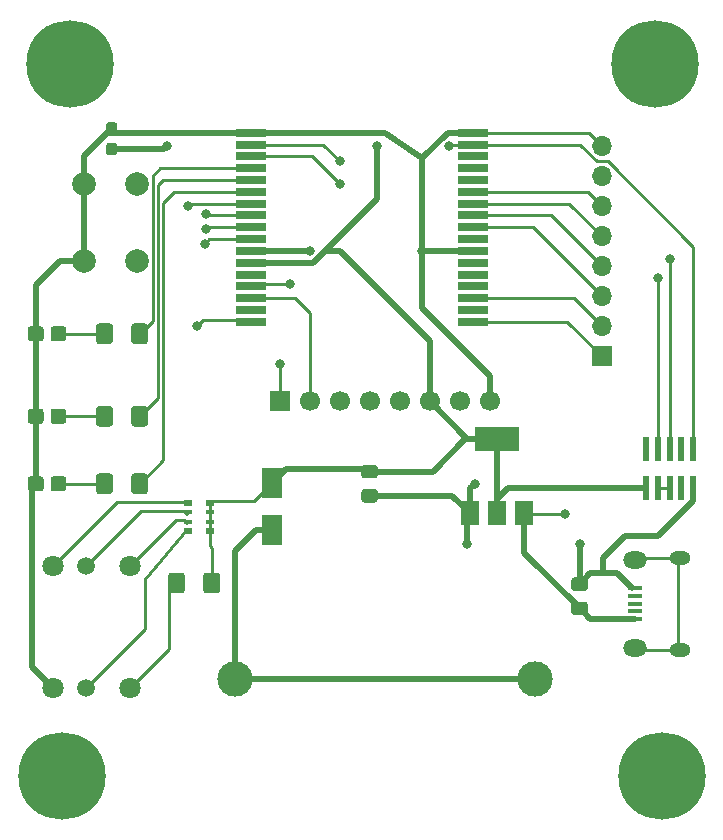
<source format=gbr>
%TF.GenerationSoftware,KiCad,Pcbnew,(5.99.0-3294-g9c46e491e)*%
%TF.CreationDate,2020-11-17T05:13:20-05:00*%
%TF.ProjectId,mobile-tag,6d6f6269-6c65-42d7-9461-672e6b696361,rev?*%
%TF.SameCoordinates,Original*%
%TF.FileFunction,Copper,L1,Top*%
%TF.FilePolarity,Positive*%
%FSLAX46Y46*%
G04 Gerber Fmt 4.6, Leading zero omitted, Abs format (unit mm)*
G04 Created by KiCad (PCBNEW (5.99.0-3294-g9c46e491e)) date 2020-11-17 05:13:20*
%MOMM*%
%LPD*%
G01*
G04 APERTURE LIST*
%TA.AperFunction,ComponentPad*%
%ADD10R,1.700000X1.700000*%
%TD*%
%TA.AperFunction,ComponentPad*%
%ADD11C,1.700000*%
%TD*%
%TA.AperFunction,ComponentPad*%
%ADD12C,1.800000*%
%TD*%
%TA.AperFunction,ComponentPad*%
%ADD13C,1.500000*%
%TD*%
%TA.AperFunction,ComponentPad*%
%ADD14C,7.400000*%
%TD*%
%TA.AperFunction,SMDPad,CuDef*%
%ADD15R,1.300000X0.450000*%
%TD*%
%TA.AperFunction,ComponentPad*%
%ADD16O,1.800000X1.150000*%
%TD*%
%TA.AperFunction,ComponentPad*%
%ADD17O,2.000000X1.450000*%
%TD*%
%TA.AperFunction,SMDPad,CuDef*%
%ADD18R,0.800000X0.500000*%
%TD*%
%TA.AperFunction,SMDPad,CuDef*%
%ADD19R,0.800000X0.400000*%
%TD*%
%TA.AperFunction,SMDPad,CuDef*%
%ADD20R,1.800000X2.500000*%
%TD*%
%TA.AperFunction,ComponentPad*%
%ADD21O,1.700000X1.700000*%
%TD*%
%TA.AperFunction,SMDPad,CuDef*%
%ADD22R,2.540000X0.650000*%
%TD*%
%TA.AperFunction,SMDPad,CuDef*%
%ADD23R,0.500000X2.000000*%
%TD*%
%TA.AperFunction,SMDPad,CuDef*%
%ADD24R,1.500000X2.000000*%
%TD*%
%TA.AperFunction,SMDPad,CuDef*%
%ADD25R,3.800000X2.000000*%
%TD*%
%TA.AperFunction,ComponentPad*%
%ADD26C,2.000000*%
%TD*%
%TA.AperFunction,ComponentPad*%
%ADD27C,3.000000*%
%TD*%
%TA.AperFunction,ViaPad*%
%ADD28C,0.800000*%
%TD*%
%TA.AperFunction,Conductor*%
%ADD29C,0.508000*%
%TD*%
%TA.AperFunction,Conductor*%
%ADD30C,0.250000*%
%TD*%
G04 APERTURE END LIST*
D10*
%TO.P,Display1,1,SDA*%
%TO.N,SDA{slash}I2C*%
X125095000Y-69850000D03*
D11*
%TO.P,Display1,2,SCK*%
%TO.N,SCL{slash}I2c*%
X127635000Y-69850000D03*
%TO.P,Display1,3,SAD*%
%TO.N,Net-(Display1-Pad3)*%
X130175000Y-69850000D03*
%TO.P,Display1,4,RST*%
%TO.N,Net-(Display1-Pad4)*%
X132715000Y-69850000D03*
%TO.P,Display1,5,CS*%
%TO.N,Net-(Display1-Pad5)*%
X135255000Y-69850000D03*
%TO.P,Display1,6,3.3V*%
%TO.N,+3V3*%
X137795000Y-69850000D03*
%TO.P,Display1,7,VIN*%
%TO.N,Net-(Display1-Pad7)*%
X140335000Y-69850000D03*
%TO.P,Display1,8,GND*%
%TO.N,GND*%
X142875000Y-69850000D03*
%TD*%
%TO.P,D2,1,K*%
%TO.N,GND*%
%TA.AperFunction,SMDPad,CuDef*%
G36*
G01*
X103785000Y-77235000D02*
X103785000Y-76435000D01*
G75*
G02*
X104035000Y-76185000I250000J0D01*
G01*
X104860000Y-76185000D01*
G75*
G02*
X105110000Y-76435000I0J-250000D01*
G01*
X105110000Y-77235000D01*
G75*
G02*
X104860000Y-77485000I-250000J0D01*
G01*
X104035000Y-77485000D01*
G75*
G02*
X103785000Y-77235000I0J250000D01*
G01*
G37*
%TD.AperFunction*%
%TO.P,D2,2,A*%
%TO.N,Net-(D2-Pad2)*%
%TA.AperFunction,SMDPad,CuDef*%
G36*
G01*
X105710000Y-77235000D02*
X105710000Y-76435000D01*
G75*
G02*
X105960000Y-76185000I250000J0D01*
G01*
X106785000Y-76185000D01*
G75*
G02*
X107035000Y-76435000I0J-250000D01*
G01*
X107035000Y-77235000D01*
G75*
G02*
X106785000Y-77485000I-250000J0D01*
G01*
X105960000Y-77485000D01*
G75*
G02*
X105710000Y-77235000I0J250000D01*
G01*
G37*
%TD.AperFunction*%
%TD*%
D12*
%TO.P,Nav_Switch1,1,A*%
%TO.N,SW_UP*%
X112395000Y-83820000D03*
D13*
%TO.P,Nav_Switch1,2,B*%
%TO.N,SW_LEFT*%
X108695000Y-83820000D03*
D12*
%TO.P,Nav_Switch1,3,C*%
%TO.N,SW_DOWN*%
X105895000Y-83820000D03*
%TO.P,Nav_Switch1,4,Common*%
%TO.N,GND*%
X105895000Y-94120000D03*
D13*
%TO.P,Nav_Switch1,5,D*%
%TO.N,SW_RIGHT*%
X108695000Y-94120000D03*
D12*
%TO.P,Nav_Switch1,6,Center*%
%TO.N,SW_SELECT*%
X112395000Y-94120000D03*
%TD*%
%TO.P,D3,1,K*%
%TO.N,GND*%
%TA.AperFunction,SMDPad,CuDef*%
G36*
G01*
X103785000Y-71520000D02*
X103785000Y-70720000D01*
G75*
G02*
X104035000Y-70470000I250000J0D01*
G01*
X104860000Y-70470000D01*
G75*
G02*
X105110000Y-70720000I0J-250000D01*
G01*
X105110000Y-71520000D01*
G75*
G02*
X104860000Y-71770000I-250000J0D01*
G01*
X104035000Y-71770000D01*
G75*
G02*
X103785000Y-71520000I0J250000D01*
G01*
G37*
%TD.AperFunction*%
%TO.P,D3,2,A*%
%TO.N,Net-(D3-Pad2)*%
%TA.AperFunction,SMDPad,CuDef*%
G36*
G01*
X105710000Y-71520000D02*
X105710000Y-70720000D01*
G75*
G02*
X105960000Y-70470000I250000J0D01*
G01*
X106785000Y-70470000D01*
G75*
G02*
X107035000Y-70720000I0J-250000D01*
G01*
X107035000Y-71520000D01*
G75*
G02*
X106785000Y-71770000I-250000J0D01*
G01*
X105960000Y-71770000D01*
G75*
G02*
X105710000Y-71520000I0J250000D01*
G01*
G37*
%TD.AperFunction*%
%TD*%
D14*
%TO.P,REF\u002A\u002A,2*%
%TO.N,N/C*%
X157480000Y-101600000D03*
%TD*%
%TO.P,,3*%
%TO.N,N/C*%
X156845000Y-41275000D03*
%TD*%
%TO.P,R2,1*%
%TO.N,Net-(D3-Pad2)*%
%TA.AperFunction,SMDPad,CuDef*%
G36*
G01*
X109560000Y-71744999D02*
X109560000Y-70495001D01*
G75*
G02*
X109810001Y-70245000I250001J0D01*
G01*
X110734999Y-70245000D01*
G75*
G02*
X110985000Y-70495001I0J-250001D01*
G01*
X110985000Y-71744999D01*
G75*
G02*
X110734999Y-71995000I-250001J0D01*
G01*
X109810001Y-71995000D01*
G75*
G02*
X109560000Y-71744999I0J250001D01*
G01*
G37*
%TD.AperFunction*%
%TO.P,R2,2*%
%TO.N,LED2*%
%TA.AperFunction,SMDPad,CuDef*%
G36*
G01*
X112535000Y-71744999D02*
X112535000Y-70495001D01*
G75*
G02*
X112785001Y-70245000I250001J0D01*
G01*
X113709999Y-70245000D01*
G75*
G02*
X113960000Y-70495001I0J-250001D01*
G01*
X113960000Y-71744999D01*
G75*
G02*
X113709999Y-71995000I-250001J0D01*
G01*
X112785001Y-71995000D01*
G75*
G02*
X112535000Y-71744999I0J250001D01*
G01*
G37*
%TD.AperFunction*%
%TD*%
%TO.P,R4,1*%
%TO.N,+3V3*%
%TA.AperFunction,SMDPad,CuDef*%
G36*
G01*
X120056000Y-84615001D02*
X120056000Y-85864999D01*
G75*
G02*
X119805999Y-86115000I-250001J0D01*
G01*
X118881001Y-86115000D01*
G75*
G02*
X118631000Y-85864999I0J250001D01*
G01*
X118631000Y-84615001D01*
G75*
G02*
X118881001Y-84365000I250001J0D01*
G01*
X119805999Y-84365000D01*
G75*
G02*
X120056000Y-84615001I0J-250001D01*
G01*
G37*
%TD.AperFunction*%
%TO.P,R4,2*%
%TO.N,SW_SELECT*%
%TA.AperFunction,SMDPad,CuDef*%
G36*
G01*
X117081000Y-84615001D02*
X117081000Y-85864999D01*
G75*
G02*
X116830999Y-86115000I-250001J0D01*
G01*
X115906001Y-86115000D01*
G75*
G02*
X115656000Y-85864999I0J250001D01*
G01*
X115656000Y-84615001D01*
G75*
G02*
X115906001Y-84365000I250001J0D01*
G01*
X116830999Y-84365000D01*
G75*
G02*
X117081000Y-84615001I0J-250001D01*
G01*
G37*
%TD.AperFunction*%
%TD*%
%TO.P,,4*%
%TO.N,N/C*%
X107315000Y-41275000D03*
%TD*%
D15*
%TO.P,J2,1,VBUS*%
%TO.N,+5V*%
X155153780Y-88293021D03*
%TO.P,J2,2,D-*%
%TO.N,Net-(J2-Pad2)*%
X155153780Y-87643021D03*
%TO.P,J2,3,D+*%
%TO.N,Net-(J2-Pad3)*%
X155153780Y-86993021D03*
%TO.P,J2,4,ID*%
%TO.N,Net-(J2-Pad4)*%
X155153780Y-86343021D03*
%TO.P,J2,5,GND*%
%TO.N,GND*%
X155153780Y-85693021D03*
D16*
%TO.P,J2,6,Shield*%
%TO.N,Net-(J2-Pad6)*%
X159003780Y-83118021D03*
D17*
X155203780Y-90718021D03*
D16*
X159003780Y-90868021D03*
D17*
X155203780Y-83268021D03*
%TD*%
D18*
%TO.P,RN1,1,R1.1*%
%TO.N,SW_DOWN*%
X117374000Y-78452000D03*
D19*
%TO.P,RN1,2,R2.1*%
%TO.N,SW_LEFT*%
X117374000Y-79252000D03*
%TO.P,RN1,3,R3.1*%
%TO.N,SW_UP*%
X117374000Y-80052000D03*
D18*
%TO.P,RN1,4,R4.1*%
%TO.N,SW_RIGHT*%
X117374000Y-80852000D03*
%TO.P,RN1,5,R4.2*%
%TO.N,+3V3*%
X119174000Y-80852000D03*
D19*
%TO.P,RN1,6,R3.2*%
X119174000Y-80052000D03*
%TO.P,RN1,7,R2.2*%
X119174000Y-79252000D03*
D18*
%TO.P,RN1,8,R1.2*%
X119174000Y-78452000D03*
%TD*%
D20*
%TO.P,D1,1,K*%
%TO.N,+3V3*%
X124460000Y-76740000D03*
%TO.P,D1,2,A*%
%TO.N,Net-(D1-Pad2)*%
X124460000Y-80740000D03*
%TD*%
%TO.P,R3,1*%
%TO.N,Net-(D4-Pad2)*%
%TA.AperFunction,SMDPad,CuDef*%
G36*
G01*
X109560000Y-64759999D02*
X109560000Y-63510001D01*
G75*
G02*
X109810001Y-63260000I250001J0D01*
G01*
X110734999Y-63260000D01*
G75*
G02*
X110985000Y-63510001I0J-250001D01*
G01*
X110985000Y-64759999D01*
G75*
G02*
X110734999Y-65010000I-250001J0D01*
G01*
X109810001Y-65010000D01*
G75*
G02*
X109560000Y-64759999I0J250001D01*
G01*
G37*
%TD.AperFunction*%
%TO.P,R3,2*%
%TO.N,LED3*%
%TA.AperFunction,SMDPad,CuDef*%
G36*
G01*
X112535000Y-64759999D02*
X112535000Y-63510001D01*
G75*
G02*
X112785001Y-63260000I250001J0D01*
G01*
X113709999Y-63260000D01*
G75*
G02*
X113960000Y-63510001I0J-250001D01*
G01*
X113960000Y-64759999D01*
G75*
G02*
X113709999Y-65010000I-250001J0D01*
G01*
X112785001Y-65010000D01*
G75*
G02*
X112535000Y-64759999I0J250001D01*
G01*
G37*
%TD.AperFunction*%
%TD*%
%TO.P,C2,1*%
%TO.N,+3V3*%
%TA.AperFunction,SMDPad,CuDef*%
G36*
G01*
X132265000Y-75235000D02*
X133165000Y-75235000D01*
G75*
G02*
X133415000Y-75485000I0J-250000D01*
G01*
X133415000Y-76135000D01*
G75*
G02*
X133165000Y-76385000I-250000J0D01*
G01*
X132265000Y-76385000D01*
G75*
G02*
X132015000Y-76135000I0J250000D01*
G01*
X132015000Y-75485000D01*
G75*
G02*
X132265000Y-75235000I250000J0D01*
G01*
G37*
%TD.AperFunction*%
%TO.P,C2,2*%
%TO.N,GND*%
%TA.AperFunction,SMDPad,CuDef*%
G36*
G01*
X132265000Y-77285000D02*
X133165000Y-77285000D01*
G75*
G02*
X133415000Y-77535000I0J-250000D01*
G01*
X133415000Y-78185000D01*
G75*
G02*
X133165000Y-78435000I-250000J0D01*
G01*
X132265000Y-78435000D01*
G75*
G02*
X132015000Y-78185000I0J250000D01*
G01*
X132015000Y-77535000D01*
G75*
G02*
X132265000Y-77285000I250000J0D01*
G01*
G37*
%TD.AperFunction*%
%TD*%
%TO.P,R1,1*%
%TO.N,Net-(D2-Pad2)*%
%TA.AperFunction,SMDPad,CuDef*%
G36*
G01*
X109560000Y-77459999D02*
X109560000Y-76210001D01*
G75*
G02*
X109810001Y-75960000I250001J0D01*
G01*
X110734999Y-75960000D01*
G75*
G02*
X110985000Y-76210001I0J-250001D01*
G01*
X110985000Y-77459999D01*
G75*
G02*
X110734999Y-77710000I-250001J0D01*
G01*
X109810001Y-77710000D01*
G75*
G02*
X109560000Y-77459999I0J250001D01*
G01*
G37*
%TD.AperFunction*%
%TO.P,R1,2*%
%TO.N,LED1*%
%TA.AperFunction,SMDPad,CuDef*%
G36*
G01*
X112535000Y-77459999D02*
X112535000Y-76210001D01*
G75*
G02*
X112785001Y-75960000I250001J0D01*
G01*
X113709999Y-75960000D01*
G75*
G02*
X113960000Y-76210001I0J-250001D01*
G01*
X113960000Y-77459999D01*
G75*
G02*
X113709999Y-77710000I-250001J0D01*
G01*
X112785001Y-77710000D01*
G75*
G02*
X112535000Y-77459999I0J250001D01*
G01*
G37*
%TD.AperFunction*%
%TD*%
%TO.P,D4,1,K*%
%TO.N,GND*%
%TA.AperFunction,SMDPad,CuDef*%
G36*
G01*
X103785000Y-64535000D02*
X103785000Y-63735000D01*
G75*
G02*
X104035000Y-63485000I250000J0D01*
G01*
X104860000Y-63485000D01*
G75*
G02*
X105110000Y-63735000I0J-250000D01*
G01*
X105110000Y-64535000D01*
G75*
G02*
X104860000Y-64785000I-250000J0D01*
G01*
X104035000Y-64785000D01*
G75*
G02*
X103785000Y-64535000I0J250000D01*
G01*
G37*
%TD.AperFunction*%
%TO.P,D4,2,A*%
%TO.N,Net-(D4-Pad2)*%
%TA.AperFunction,SMDPad,CuDef*%
G36*
G01*
X105710000Y-64535000D02*
X105710000Y-63735000D01*
G75*
G02*
X105960000Y-63485000I250000J0D01*
G01*
X106785000Y-63485000D01*
G75*
G02*
X107035000Y-63735000I0J-250000D01*
G01*
X107035000Y-64535000D01*
G75*
G02*
X106785000Y-64785000I-250000J0D01*
G01*
X105960000Y-64785000D01*
G75*
G02*
X105710000Y-64535000I0J250000D01*
G01*
G37*
%TD.AperFunction*%
%TD*%
%TO.P,C3,1*%
%TO.N,+3V3*%
%TA.AperFunction,SMDPad,CuDef*%
G36*
G01*
X111120074Y-49025000D02*
X110645074Y-49025000D01*
G75*
G02*
X110407574Y-48787500I0J237500D01*
G01*
X110407574Y-48212500D01*
G75*
G02*
X110645074Y-47975000I237500J0D01*
G01*
X111120074Y-47975000D01*
G75*
G02*
X111357574Y-48212500I0J-237500D01*
G01*
X111357574Y-48787500D01*
G75*
G02*
X111120074Y-49025000I-237500J0D01*
G01*
G37*
%TD.AperFunction*%
%TO.P,C3,2*%
%TO.N,GND*%
%TA.AperFunction,SMDPad,CuDef*%
G36*
G01*
X111120074Y-47275000D02*
X110645074Y-47275000D01*
G75*
G02*
X110407574Y-47037500I0J237500D01*
G01*
X110407574Y-46462500D01*
G75*
G02*
X110645074Y-46225000I237500J0D01*
G01*
X111120074Y-46225000D01*
G75*
G02*
X111357574Y-46462500I0J-237500D01*
G01*
X111357574Y-47037500D01*
G75*
G02*
X111120074Y-47275000I-237500J0D01*
G01*
G37*
%TD.AperFunction*%
%TD*%
D10*
%TO.P,BreakoutConnector1,1,Pin_1*%
%TO.N,Net-(BreakoutConnector1-Pad1)*%
X152400000Y-66040000D03*
D21*
%TO.P,BreakoutConnector1,2,Pin_2*%
%TO.N,Net-(BreakoutConnector1-Pad2)*%
X152400000Y-63500000D03*
%TO.P,BreakoutConnector1,3,Pin_3*%
%TO.N,Net-(BreakoutConnector1-Pad3)*%
X152400000Y-60960000D03*
%TO.P,BreakoutConnector1,4,Pin_4*%
%TO.N,Net-(BreakoutConnector1-Pad4)*%
X152400000Y-58420000D03*
%TO.P,BreakoutConnector1,5,Pin_5*%
%TO.N,Net-(BreakoutConnector1-Pad5)*%
X152400000Y-55880000D03*
%TO.P,BreakoutConnector1,6,Pin_6*%
%TO.N,Net-(BreakoutConnector1-Pad6)*%
X152400000Y-53340000D03*
%TO.P,BreakoutConnector1,7,Pin_7*%
%TO.N,+5V*%
X152400000Y-50800000D03*
%TO.P,BreakoutConnector1,8,Pin_8*%
%TO.N,GND*%
X152400000Y-48260000D03*
%TD*%
D14*
%TO.P,REF\u002A\u002A,1*%
%TO.N,N/C*%
X106680000Y-101600000D03*
%TD*%
%TO.P,C1,1*%
%TO.N,+5V*%
%TA.AperFunction,SMDPad,CuDef*%
G36*
G01*
X150945000Y-87960000D02*
X150045000Y-87960000D01*
G75*
G02*
X149795000Y-87710000I0J250000D01*
G01*
X149795000Y-87060000D01*
G75*
G02*
X150045000Y-86810000I250000J0D01*
G01*
X150945000Y-86810000D01*
G75*
G02*
X151195000Y-87060000I0J-250000D01*
G01*
X151195000Y-87710000D01*
G75*
G02*
X150945000Y-87960000I-250000J0D01*
G01*
G37*
%TD.AperFunction*%
%TO.P,C1,2*%
%TO.N,GND*%
%TA.AperFunction,SMDPad,CuDef*%
G36*
G01*
X150945000Y-85910000D02*
X150045000Y-85910000D01*
G75*
G02*
X149795000Y-85660000I0J250000D01*
G01*
X149795000Y-85010000D01*
G75*
G02*
X150045000Y-84760000I250000J0D01*
G01*
X150945000Y-84760000D01*
G75*
G02*
X151195000Y-85010000I0J-250000D01*
G01*
X151195000Y-85660000D01*
G75*
G02*
X150945000Y-85910000I-250000J0D01*
G01*
G37*
%TD.AperFunction*%
%TD*%
D22*
%TO.P,U1,1,GND*%
%TO.N,GND*%
X122660000Y-47115000D03*
%TO.P,U1,2,SWD_CLK*%
%TO.N,SWD_CLK*%
X122660000Y-48115000D03*
%TO.P,U1,3,SWD_DIO*%
%TO.N,SWD_DIO*%
X122660000Y-49115000D03*
%TO.P,U1,4,GPIO_10*%
%TO.N,LED3*%
X122660000Y-50115000D03*
%TO.P,U1,5,GPIO_9*%
%TO.N,LED2*%
X122660000Y-51115000D03*
%TO.P,U1,6,GPIO_12*%
%TO.N,LED1*%
X122660000Y-52115000D03*
%TO.P,U1,7,GPIO_14*%
%TO.N,SW_DOWN*%
X122660000Y-53115000D03*
%TO.P,U1,8,GPIO_22*%
%TO.N,SW_LEFT*%
X122660000Y-54115000D03*
%TO.P,U1,9,GPIO_31*%
%TO.N,SW_UP*%
X122660000Y-55115000D03*
%TO.P,U1,10,GPIO_30*%
%TO.N,SW_RIGHT*%
X122660000Y-56115000D03*
%TO.P,U1,11,GND*%
%TO.N,GND*%
X122660000Y-57115000D03*
%TO.P,U1,12,VCC*%
%TO.N,+3V3*%
X122660000Y-58115000D03*
%TO.P,U1,13,GPIO_27*%
%TO.N,Net-(U1-Pad13)*%
X122660000Y-59115000D03*
%TO.P,U1,14,I2C_SDA*%
%TO.N,SDA{slash}I2C*%
X122660000Y-60115000D03*
%TO.P,U1,15,I2C_SCL*%
%TO.N,SCL{slash}I2c*%
X122660000Y-61115000D03*
%TO.P,U1,16,GPIO_23*%
%TO.N,Net-(U1-Pad16)*%
X122660000Y-62115000D03*
%TO.P,U1,17,GPIO_13*%
%TO.N,SW_SELECT*%
X122660000Y-63115000D03*
%TO.P,U1,18,UART_RX*%
%TO.N,Net-(BreakoutConnector1-Pad1)*%
X141500000Y-63115000D03*
%TO.P,U1,19,READY*%
%TO.N,Net-(U1-Pad19)*%
X141500000Y-62115000D03*
%TO.P,U1,20,UART_TX*%
%TO.N,Net-(BreakoutConnector1-Pad2)*%
X141500000Y-61115000D03*
%TO.P,U1,21,GPIO_1*%
%TO.N,Net-(U1-Pad21)*%
X141500000Y-60115000D03*
%TO.P,U1,22,GPIO_0*%
%TO.N,Net-(U1-Pad22)*%
X141500000Y-59115000D03*
%TO.P,U1,23,GPIO_15*%
%TO.N,Net-(U1-Pad23)*%
X141500000Y-58115000D03*
%TO.P,U1,24,GND*%
%TO.N,GND*%
X141500000Y-57115000D03*
%TO.P,U1,25,GPIO_8*%
%TO.N,Net-(U1-Pad25)*%
X141500000Y-56115000D03*
%TO.P,U1,26,SPIS_MISO*%
%TO.N,Net-(BreakoutConnector1-Pad3)*%
X141500000Y-55115000D03*
%TO.P,U1,27,SPIS_MOSI*%
%TO.N,Net-(BreakoutConnector1-Pad4)*%
X141500000Y-54115000D03*
%TO.P,U1,28,SPIS_CLK*%
%TO.N,Net-(BreakoutConnector1-Pad5)*%
X141500000Y-53115000D03*
%TO.P,U1,29,~SPIS_CS*%
%TO.N,Net-(BreakoutConnector1-Pad6)*%
X141500000Y-52115000D03*
%TO.P,U1,30,GPIO_3*%
%TO.N,Net-(U1-Pad30)*%
X141500000Y-51115000D03*
%TO.P,U1,31,GPIO_2*%
%TO.N,Net-(U1-Pad31)*%
X141500000Y-50115000D03*
%TO.P,U1,32,BT_WAKE_UP*%
%TO.N,Net-(U1-Pad32)*%
X141500000Y-49115000D03*
%TO.P,U1,33,~RESET*%
%TO.N,~RESET*%
X141500000Y-48115000D03*
%TO.P,U1,34,GND*%
%TO.N,GND*%
X141500000Y-47115000D03*
%TD*%
D23*
%TO.P,J1,1,VRef*%
%TO.N,+3V3*%
X156115000Y-77215000D03*
%TO.P,J1,2,SWIO*%
%TO.N,Net-(J1-Pad2)*%
X156115000Y-73915000D03*
%TO.P,J1,3,GND*%
%TO.N,Net-(J1-Pad3)*%
X157115000Y-77215000D03*
%TO.P,J1,4,CLK*%
%TO.N,SWD_CLK*%
X157115000Y-73915000D03*
%TO.P,J1,5,GND*%
%TO.N,Net-(J1-Pad3)*%
X158115000Y-77215000D03*
%TO.P,J1,6,SWO*%
%TO.N,SWD_DIO*%
X158115000Y-73915000D03*
%TO.P,J1,7,KEY*%
%TO.N,Net-(J1-Pad7)*%
X159115000Y-77215000D03*
%TO.P,J1,8,NC*%
%TO.N,Net-(J1-Pad8)*%
X159115000Y-73915000D03*
%TO.P,J1,9,GND*%
%TO.N,GND*%
X160115000Y-77215000D03*
%TO.P,J1,10,~RST*%
%TO.N,~RESET*%
X160115000Y-73915000D03*
%TD*%
D24*
%TO.P,DC_Converter1,1,GND*%
%TO.N,GND*%
X141210000Y-79350000D03*
D25*
%TO.P,DC_Converter1,2,VO*%
%TO.N,+3V3*%
X143510000Y-73050000D03*
D24*
X143510000Y-79350000D03*
%TO.P,DC_Converter1,3,VI*%
%TO.N,+5V*%
X145810000Y-79350000D03*
%TD*%
D26*
%TO.P,RESET_SW1,1,1*%
%TO.N,~RESET*%
X113030000Y-51435000D03*
X113030000Y-57935000D03*
%TO.P,RESET_SW1,2,2*%
%TO.N,GND*%
X108530000Y-51435000D03*
X108530000Y-57935000D03*
%TD*%
D27*
%TO.P,PwrIn1,1,On*%
%TO.N,Net-(D1-Pad2)*%
X146685000Y-93345000D03*
X121285000Y-93345000D03*
%TD*%
D28*
%TO.N,+5V*%
X149225000Y-79375000D03*
%TO.N,+3V3*%
X115570000Y-48260000D03*
X133350000Y-48260000D03*
%TO.N,SW_SELECT*%
X118110000Y-63500000D03*
%TO.N,GND*%
X150495000Y-81915000D03*
X140970000Y-81915000D03*
X141605000Y-76835000D03*
X137160000Y-57150000D03*
X127635000Y-57150000D03*
%TO.N,SW_RIGHT*%
X118745000Y-56515000D03*
%TO.N,SW_DOWN*%
X117348000Y-53340000D03*
%TO.N,SW_LEFT*%
X118872000Y-53975000D03*
%TO.N,SW_UP*%
X118872000Y-55245000D03*
%TO.N,SWD_CLK*%
X157115000Y-59420000D03*
X130175000Y-49530000D03*
%TO.N,SWD_DIO*%
X130175000Y-51435000D03*
X158115000Y-57785000D03*
%TO.N,SDA{slash}I2C*%
X125095000Y-66675000D03*
X125984000Y-59944000D03*
%TO.N,~RESET*%
X139432870Y-48210870D03*
%TD*%
D29*
%TO.N,+5V*%
X151405000Y-88295000D02*
X150495000Y-87385000D01*
X145810000Y-79350000D02*
X145810000Y-82700000D01*
X155151801Y-88295000D02*
X151405000Y-88295000D01*
D30*
X149225000Y-79375000D02*
X145835000Y-79375000D01*
D29*
X145810000Y-82700000D02*
X150495000Y-87385000D01*
D30*
%TO.N,+3V3*%
X119343500Y-82276500D02*
X119356000Y-82264000D01*
X119356000Y-78264000D02*
X122936000Y-78264000D01*
X119174000Y-79252000D02*
X119174000Y-78452000D01*
X119174000Y-82107000D02*
X119174000Y-80852000D01*
D29*
X133350000Y-48260000D02*
X133350000Y-52705000D01*
X140818000Y-73050000D02*
X142240000Y-73050000D01*
X133350000Y-52705000D02*
X128905000Y-57150000D01*
X128905000Y-57150000D02*
X127940000Y-58115000D01*
D30*
X115330000Y-48500000D02*
X115570000Y-48260000D01*
D29*
X137795000Y-69850000D02*
X137795000Y-64770000D01*
X137795000Y-64770000D02*
X130175000Y-57150000D01*
X130175000Y-57150000D02*
X128905000Y-57150000D01*
D30*
X119174000Y-80852000D02*
X119174000Y-80052000D01*
X119343500Y-82276500D02*
X119174000Y-82107000D01*
D29*
X144400000Y-77215000D02*
X156115000Y-77215000D01*
X137795000Y-69850000D02*
X140995000Y-73050000D01*
D30*
X119343500Y-85240000D02*
X119343500Y-82276500D01*
X119174000Y-80052000D02*
X119174000Y-79252000D01*
X122936000Y-78264000D02*
X124460000Y-76740000D01*
D29*
X132715000Y-75810000D02*
X138058000Y-75810000D01*
X138058000Y-75810000D02*
X140818000Y-73050000D01*
X127940000Y-58115000D02*
X122936000Y-58115000D01*
X143510000Y-79350000D02*
X143510000Y-73050000D01*
X143510000Y-78105000D02*
X144400000Y-77215000D01*
X125635000Y-75565000D02*
X132470000Y-75565000D01*
X124460000Y-76740000D02*
X125635000Y-75565000D01*
X140995000Y-73050000D02*
X143510000Y-73050000D01*
X110882574Y-48500000D02*
X115330000Y-48500000D01*
D30*
%TO.N,SW_SELECT*%
X118618000Y-62992000D02*
X122537000Y-62992000D01*
X115734000Y-90781000D02*
X115734000Y-85874500D01*
X118110000Y-63500000D02*
X118618000Y-62992000D01*
X112395000Y-94120000D02*
X115734000Y-90781000D01*
X115734000Y-85874500D02*
X116368500Y-85240000D01*
D29*
%TO.N,GND*%
X153669990Y-84419990D02*
X154943021Y-85693021D01*
X122660000Y-47115000D02*
X110744000Y-47115000D01*
X108530000Y-51435000D02*
X108530000Y-49102574D01*
X140970000Y-81915000D02*
X140970000Y-79590000D01*
X137160000Y-57150000D02*
X137160000Y-61976000D01*
X160115000Y-77215000D02*
X160115000Y-78282202D01*
X151410010Y-84419990D02*
X150495000Y-85335000D01*
X122660000Y-47115000D02*
X134000002Y-47115000D01*
X104447500Y-60017500D02*
X104447500Y-64135000D01*
X104140000Y-92365000D02*
X104140000Y-77142500D01*
X106530000Y-57935000D02*
X104447500Y-60017500D01*
X139321000Y-47115000D02*
X140319998Y-47115000D01*
X137160000Y-49276000D02*
X139321000Y-47115000D01*
X108530000Y-49102574D02*
X110882574Y-46750000D01*
D30*
X127600000Y-57115000D02*
X127635000Y-57150000D01*
D29*
X153669990Y-84419990D02*
X152491990Y-84419990D01*
X157117202Y-81280000D02*
X154305000Y-81280000D01*
X137160000Y-49276000D02*
X137160000Y-56896000D01*
X152491990Y-84419990D02*
X151410010Y-84419990D01*
X139720000Y-77860000D02*
X141210000Y-79350000D01*
X104447500Y-64135000D02*
X104447500Y-71120000D01*
X104447500Y-76835000D02*
X104447500Y-71120000D01*
D30*
X140319998Y-47115000D02*
X151255000Y-47115000D01*
D29*
X142875000Y-67691000D02*
X142875000Y-69850000D01*
X108530000Y-57935000D02*
X106530000Y-57935000D01*
X123444000Y-57115000D02*
X127600000Y-57115000D01*
X137160000Y-57150000D02*
X141465000Y-57150000D01*
X152491990Y-83093010D02*
X152491990Y-84419990D01*
X141210000Y-77230000D02*
X141605000Y-76835000D01*
X134000002Y-47115000D02*
X137160000Y-49276000D01*
X141210000Y-79350000D02*
X141210000Y-77230000D01*
D30*
X151255000Y-47115000D02*
X152400000Y-48260000D01*
D29*
X108530000Y-51435000D02*
X108530000Y-57935000D01*
X137160000Y-61976000D02*
X142875000Y-67691000D01*
X105895000Y-94120000D02*
X104140000Y-92365000D01*
X154305000Y-81280000D02*
X152491990Y-83093010D01*
X150495000Y-85335000D02*
X150495000Y-81915000D01*
X160115000Y-78282202D02*
X157117202Y-81280000D01*
X132715000Y-77860000D02*
X139720000Y-77860000D01*
D30*
%TO.N,SW_RIGHT*%
X108695000Y-94120000D02*
X113702000Y-89113000D01*
X113702000Y-89113000D02*
X113702000Y-84918000D01*
X113702000Y-84918000D02*
X117258000Y-80668000D01*
X119145000Y-56115000D02*
X122660000Y-56115000D01*
X118745000Y-56515000D02*
X119145000Y-56115000D01*
%TO.N,SW_DOWN*%
X111333000Y-78382000D02*
X117258000Y-78382000D01*
X117573000Y-53115000D02*
X117348000Y-53340000D01*
X122660000Y-53115000D02*
X117573000Y-53115000D01*
X105895000Y-83820000D02*
X111333000Y-78382000D01*
%TO.N,SW_LEFT*%
X122660000Y-54115000D02*
X119012000Y-54115000D01*
X119012000Y-54115000D02*
X118872000Y-53975000D01*
X108695000Y-83820000D02*
X113371000Y-79144000D01*
X113371000Y-79144000D02*
X117004000Y-79144000D01*
X117004000Y-79144000D02*
X117258000Y-79398000D01*
%TO.N,SW_UP*%
X112395000Y-83820000D02*
X116309000Y-79906000D01*
X122660000Y-55115000D02*
X119002000Y-55115000D01*
X119002000Y-55115000D02*
X118872000Y-55245000D01*
X117004000Y-79906000D02*
X117258000Y-80160000D01*
X116309000Y-79906000D02*
X117004000Y-79906000D01*
%TO.N,SWD_CLK*%
X157115000Y-73915000D02*
X157115000Y-59420000D01*
X157115000Y-59420000D02*
X157115000Y-59325000D01*
X128760000Y-48115000D02*
X130175000Y-49530000D01*
X122428000Y-48115000D02*
X128760000Y-48115000D01*
%TO.N,SWD_DIO*%
X158115000Y-73915000D02*
X158115000Y-57785000D01*
X122936000Y-49115000D02*
X127855000Y-49115000D01*
X127855000Y-49115000D02*
X130175000Y-51435000D01*
%TO.N,LED3*%
X114355001Y-63027499D02*
X114355001Y-50744999D01*
X114985000Y-50115000D02*
X122936000Y-50115000D01*
X114355001Y-50744999D02*
X114985000Y-50115000D01*
X113247500Y-64135000D02*
X114355001Y-63027499D01*
%TO.N,LED2*%
X114805011Y-69562489D02*
X114805011Y-51564989D01*
X115255000Y-51115000D02*
X122428000Y-51115000D01*
X114805011Y-51564989D02*
X115255000Y-51115000D01*
X113247500Y-71120000D02*
X114805011Y-69562489D01*
%TO.N,LED1*%
X115255020Y-74827480D02*
X115255020Y-53019980D01*
X113247500Y-76835000D02*
X115255020Y-74827480D01*
X115255020Y-53019980D02*
X116160000Y-52115000D01*
X122660000Y-52115000D02*
X116160000Y-52115000D01*
%TO.N,SDA{slash}I2C*%
X125095000Y-69850000D02*
X125095000Y-66675000D01*
X125984000Y-59944000D02*
X122831000Y-59944000D01*
%TO.N,SCL{slash}I2c*%
X127635000Y-69850000D02*
X127635000Y-62369998D01*
X126380002Y-61115000D02*
X123444000Y-61115000D01*
X127635000Y-62369998D02*
X126380002Y-61115000D01*
%TO.N,Net-(BreakoutConnector1-Pad1)*%
X149475000Y-63115000D02*
X152400000Y-66040000D01*
X142240000Y-63115000D02*
X149475000Y-63115000D01*
%TO.N,Net-(BreakoutConnector1-Pad2)*%
X142240000Y-61115000D02*
X150015000Y-61115000D01*
X150015000Y-61115000D02*
X152400000Y-63500000D01*
%TO.N,Net-(BreakoutConnector1-Pad3)*%
X146555000Y-55115000D02*
X152400000Y-60960000D01*
X142748000Y-55115000D02*
X146555000Y-55115000D01*
%TO.N,Net-(BreakoutConnector1-Pad4)*%
X142240000Y-54115000D02*
X148095000Y-54115000D01*
X148095000Y-54115000D02*
X152400000Y-58420000D01*
%TO.N,Net-(BreakoutConnector1-Pad5)*%
X149635000Y-53115000D02*
X152400000Y-55880000D01*
X142240000Y-53115000D02*
X149635000Y-53115000D01*
%TO.N,Net-(BreakoutConnector1-Pad6)*%
X151175000Y-52115000D02*
X152400000Y-53340000D01*
X142240000Y-52115000D02*
X151175000Y-52115000D01*
%TO.N,~RESET*%
X142240000Y-48115000D02*
X150515998Y-48115000D01*
X152869002Y-49530000D02*
X160115000Y-56775998D01*
X139337000Y-48115000D02*
X139432870Y-48210870D01*
X151930998Y-49530000D02*
X152869002Y-49530000D01*
X150515998Y-48115000D02*
X151930998Y-49530000D01*
X141500000Y-48115000D02*
X139337000Y-48115000D01*
X160115000Y-56775998D02*
X160115000Y-73915000D01*
%TO.N,Net-(D2-Pad2)*%
X106372500Y-76835000D02*
X110272500Y-76835000D01*
%TO.N,Net-(D3-Pad2)*%
X106372500Y-71120000D02*
X110272500Y-71120000D01*
%TO.N,Net-(D4-Pad2)*%
X106372500Y-64135000D02*
X110272500Y-64135000D01*
%TO.N,Net-(J1-Pad3)*%
X158115000Y-77215000D02*
X157115000Y-77215000D01*
%TO.N,Net-(J2-Pad6)*%
X155145000Y-90870000D02*
X159001801Y-90870000D01*
X158795000Y-90728047D02*
X158795000Y-83120000D01*
X158795000Y-83257995D02*
X158795000Y-90870000D01*
X155145000Y-83120000D02*
X159001801Y-83120000D01*
D29*
%TO.N,Net-(D1-Pad2)*%
X121285000Y-82550000D02*
X121285000Y-93345000D01*
X124460000Y-80740000D02*
X123095000Y-80740000D01*
X121285000Y-93345000D02*
X146685000Y-93345000D01*
X123095000Y-80740000D02*
X121285000Y-82550000D01*
%TD*%
M02*

</source>
